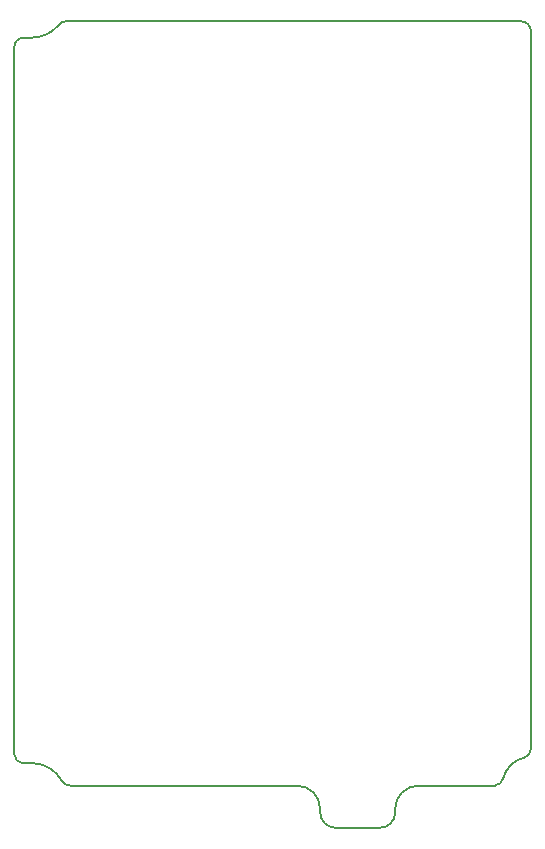
<source format=gm1>
G04 #@! TF.GenerationSoftware,KiCad,Pcbnew,5.0.2-bee76a0~70~ubuntu16.04.1*
G04 #@! TF.CreationDate,2019-09-16T22:34:13+02:00*
G04 #@! TF.ProjectId,WiRoc_NanoPi_v1,5769526f-635f-44e6-916e-6f50695f7631,rev?*
G04 #@! TF.SameCoordinates,Original*
G04 #@! TF.FileFunction,Profile,NP*
%FSLAX46Y46*%
G04 Gerber Fmt 4.6, Leading zero omitted, Abs format (unit mm)*
G04 Created by KiCad (PCBNEW 5.0.2-bee76a0~70~ubuntu16.04.1) date mån 16 sep 2019 22:34:13*
%MOMM*%
%LPD*%
G01*
G04 APERTURE LIST*
%ADD10C,0.200000*%
G04 APERTURE END LIST*
D10*
X91987200Y-46798200D02*
G75*
G02X92800000Y-47611000I0J-812800D01*
G01*
X52777494Y-47148653D02*
G75*
G02X53418800Y-46798200I641306J-411547D01*
G01*
X49050000Y-48982600D02*
G75*
G02X49862800Y-48169800I812800J0D01*
G01*
X49812000Y-109603000D02*
G75*
G02X49050000Y-108841000I0J762000D01*
G01*
X53825200Y-111500000D02*
G75*
G02X53062893Y-111062098I-51107J793502D01*
G01*
X92793200Y-108401200D02*
G75*
G02X92292000Y-109112400I-755200J4D01*
G01*
X90453025Y-110890664D02*
G75*
G02X89706421Y-111500260I-746604J152404D01*
G01*
X74958000Y-113481200D02*
X74958000Y-113786000D01*
X72976800Y-111500000D02*
X53825200Y-111500000D01*
X80038000Y-115056000D02*
X76177200Y-115056000D01*
X81308000Y-113481200D02*
X81308000Y-113836800D01*
X83289200Y-111500000D02*
X89740800Y-111500000D01*
X81306985Y-113836759D02*
G75*
G02X80038000Y-115056000I-1268985J50759D01*
G01*
X76177241Y-115054985D02*
G75*
G02X74958000Y-113786000I50759J1268985D01*
G01*
X72976800Y-111500000D02*
G75*
G02X74958000Y-113481200I0J-1981200D01*
G01*
X81308000Y-113481200D02*
G75*
G02X83289200Y-111500000I1981200J0D01*
G01*
X90445352Y-110888685D02*
G75*
G02X92280800Y-109112400I2368848J-611315D01*
G01*
X53057691Y-111045994D02*
G75*
G03X50650200Y-109603000I-2507691J-1454006D01*
G01*
X50540600Y-48169800D02*
X49862800Y-48169800D01*
X50650200Y-109603000D02*
X49812000Y-109603000D01*
X52775334Y-47151018D02*
G75*
G02X50550000Y-48169800I-2225334J1921018D01*
G01*
X92800000Y-47611000D02*
X92800000Y-108401200D01*
X53418800Y-46800000D02*
X91987200Y-46800000D01*
X49050000Y-108858400D02*
X49050000Y-49016000D01*
M02*

</source>
